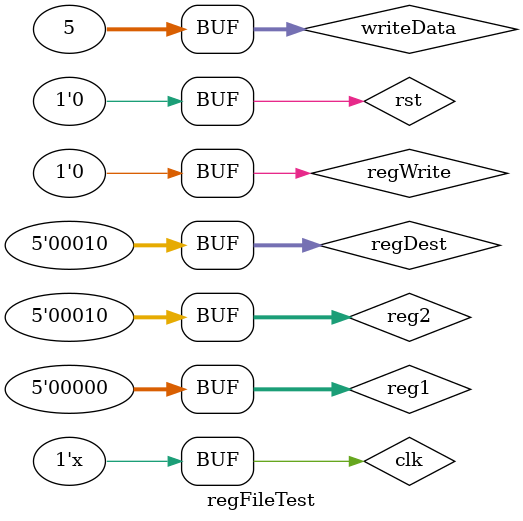
<source format=v>
`timescale 1ns / 1ps


module regFileTest();

reg clk, rst, regWrite;
reg[4:0] reg1, reg2, regDest;
reg[31:0] writeData;

wire[31:0] read1, read2;

RegFile regFile (clk, rst, reg1, reg2, regDest, writeData, regWrite, read1, read2);

always
#10 clk=~clk;
    
    
initial begin
    clk=0;
    rst=1;
    regWrite=0;
    
    #15
    rst=0;
    reg1=0;
    reg2=2;
    regDest=2;
    regWrite=0;
    
    #20
    writeData=5;
    regWrite=1;
    
    #20
    regWrite=0;
end



endmodule

</source>
